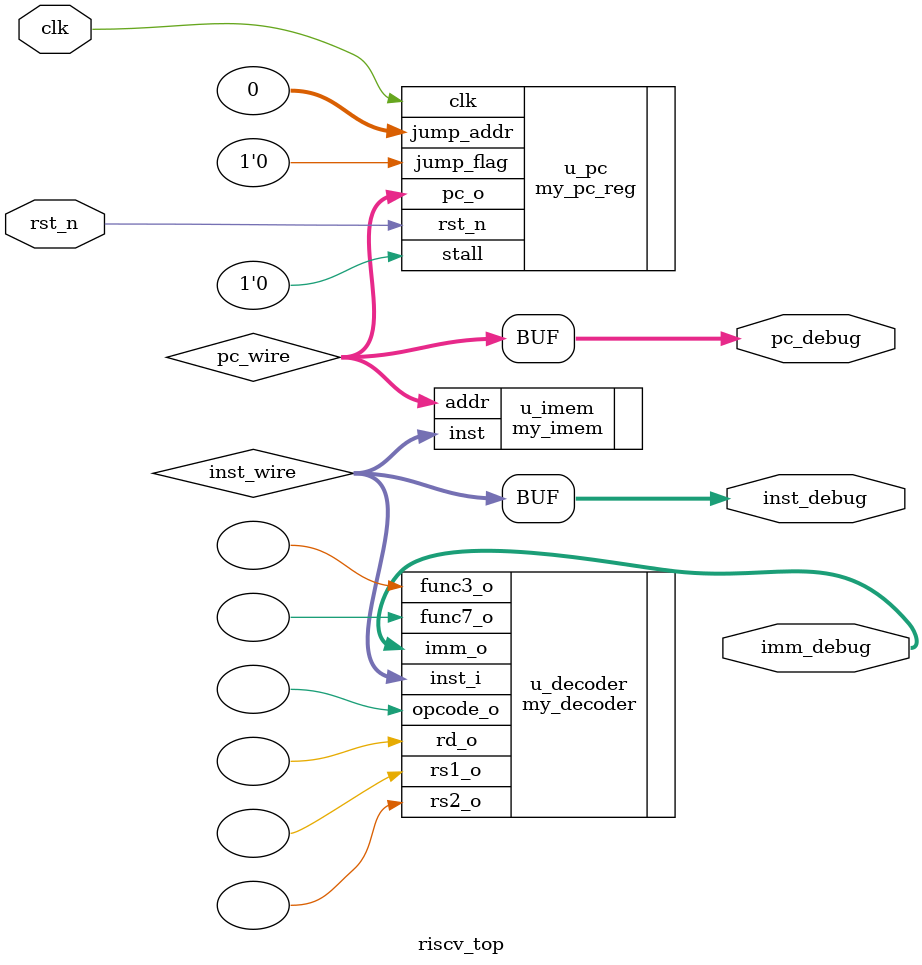
<source format=v>
`timescale 1ns / 1ps

module riscv_top(
    input  wire        clk,
    input  wire        rst_n,
    // 为了方便仿真观察，我们把一些内部信号引出到顶层端口
    output wire [31:0] pc_debug,
    output wire [31:0] inst_debug,
    output wire [31:0] imm_debug
);

    // --- 内部连线 ---
    wire [31:0] pc_wire;
    wire [31:0] inst_wire;

    // 1. 实例化 PC 寄存器
    my_pc_reg u_pc (
        .clk(clk),
        .rst_n(rst_n),
        .stall(1'b0),        // 暂时给0
        .jump_flag(1'b0),    // 暂时给0
        .jump_addr(32'b0),
        .pc_o(pc_wire)
    );

    // 2. 实例化指令存储器 IMEM
    my_imem u_imem (
        .addr(pc_wire),
        .inst(inst_wire)
    );

    // 3. 实例化译码器 Decoder
    my_decoder u_decoder (
        .inst_i(inst_wire),
        .imm_o(imm_debug),   // 连到输出端口方便观察
        .opcode_o(),         // 以下信号后续连 RegFile 时再用
        .rd_o(),
        .func3_o(),
        .func7_o(),
        .rs1_o(),
        .rs2_o()
    );

    // 调试赋值
    assign pc_debug = pc_wire;
    assign inst_debug = inst_wire;

endmodule
</source>
